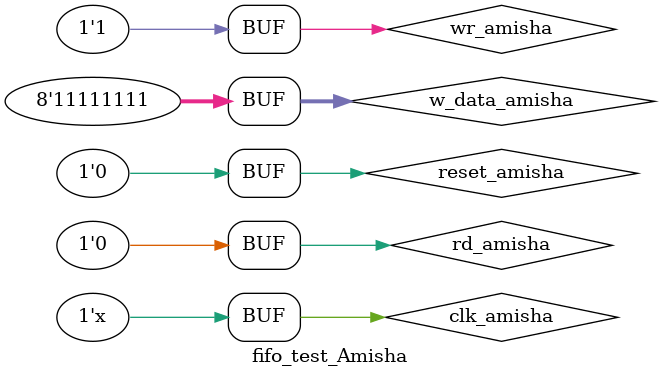
<source format=v>
`timescale 1ns / 1ps


module fifo_test_Amisha;
	// Inputs
	reg clk_amisha;
	reg reset_amisha;
	reg rd_amisha;
	reg wr_amisha;
	reg [7:0] w_data_amisha;
	// Outputs
	wire empty_amisha;
	wire full_amisha;
	wire [7:0] r_data_amisha;
	// Instantiate the Unit Under Test (UUT)
	fifo_Amisha uut (
		.clk_amisha(clk_amisha), 
		.reset_amisha(reset_amisha), 
		.rd_amisha(rd_amisha), 
		.wr_amisha(wr_amisha), 
		.w_data_amisha(w_data_amisha), 
		.empty_amisha(empty_amisha), 
		.full_amisha(full_amisha), 
		.r_data_amisha(r_data_amisha)
	);
	initial begin
		clk_amisha = 0;
		reset_amisha = 1;
		rd_amisha = 0;
		wr_amisha = 0;
		w_data_amisha = 0;
		#100;
		reset_amisha = 0;
		rd_amisha = 0;
		wr_amisha = 1;
		w_data_amisha = 8'b10111011;
		#100;
		rd_amisha = 1;
		wr_amisha = 0;
		w_data_amisha = 8'b10111011;
		#100;
		rd_amisha = 0;
		wr_amisha = 1;
		w_data_amisha = 8'b10100011;
		#100;
		rd_amisha = 1;
		wr_amisha = 0;
		w_data_amisha = 8'b10100011;
		#100;
		rd_amisha = 0;
		wr_amisha = 1;
		w_data_amisha = 8'b11111111;
		#100;
		rd_amisha = 1;
		wr_amisha = 0;
		w_data_amisha = 8'b11111111;
		#100;
		rd_amisha = 0;
		wr_amisha = 1;
		w_data_amisha = 8'b10100011;
		#100;
		rd_amisha = 0;
		wr_amisha = 1;
		w_data_amisha = 8'b11111111;
		#100;
	end
always #50 clk_amisha = ~clk_amisha;     
endmodule


</source>
